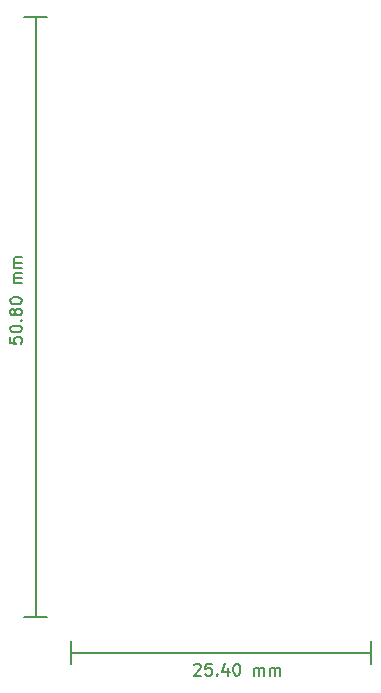
<source format=gbr>
%TF.GenerationSoftware,KiCad,Pcbnew,(5.99.0-10952-g410dbe17de)*%
%TF.CreationDate,2021-06-16T22:03:04+02:00*%
%TF.ProjectId,reDIP-64,72654449-502d-4363-942e-6b696361645f,0.2*%
%TF.SameCoordinates,PX594fc50PY8e9a590*%
%TF.FileFunction,OtherDrawing,Comment*%
%FSLAX46Y46*%
G04 Gerber Fmt 4.6, Leading zero omitted, Abs format (unit mm)*
G04 Created by KiCad (PCBNEW (5.99.0-10952-g410dbe17de)) date 2021-06-16 22:03:04*
%MOMM*%
%LPD*%
G01*
G04 APERTURE LIST*
%ADD10C,0.150000*%
G04 APERTURE END LIST*
D10*
X25400000Y-2000000D02*
X25400000Y-4000000D01*
X-2000000Y50800000D02*
X-4000000Y50800000D01*
X-3000000Y0D02*
X-3000000Y50800000D01*
X-2000000Y0D02*
X-4000000Y0D01*
X0Y-2000000D02*
X0Y-4000000D01*
X0Y-3000000D02*
X25400000Y-3000000D01*
X-5167620Y23697143D02*
X-5167620Y23220953D01*
X-4691429Y23173334D01*
X-4739048Y23220953D01*
X-4786667Y23316191D01*
X-4786667Y23554286D01*
X-4739048Y23649524D01*
X-4691429Y23697143D01*
X-4596191Y23744762D01*
X-4358096Y23744762D01*
X-4262858Y23697143D01*
X-4215239Y23649524D01*
X-4167620Y23554286D01*
X-4167620Y23316191D01*
X-4215239Y23220953D01*
X-4262858Y23173334D01*
X-5167620Y24363810D02*
X-5167620Y24459048D01*
X-5120000Y24554286D01*
X-5072381Y24601905D01*
X-4977143Y24649524D01*
X-4786667Y24697143D01*
X-4548572Y24697143D01*
X-4358096Y24649524D01*
X-4262858Y24601905D01*
X-4215239Y24554286D01*
X-4167620Y24459048D01*
X-4167620Y24363810D01*
X-4215239Y24268572D01*
X-4262858Y24220953D01*
X-4358096Y24173334D01*
X-4548572Y24125715D01*
X-4786667Y24125715D01*
X-4977143Y24173334D01*
X-5072381Y24220953D01*
X-5120000Y24268572D01*
X-5167620Y24363810D01*
X-4262858Y25125715D02*
X-4215239Y25173334D01*
X-4167620Y25125715D01*
X-4215239Y25078096D01*
X-4262858Y25125715D01*
X-4167620Y25125715D01*
X-4739048Y25744762D02*
X-4786667Y25649524D01*
X-4834286Y25601905D01*
X-4929524Y25554286D01*
X-4977143Y25554286D01*
X-5072381Y25601905D01*
X-5120000Y25649524D01*
X-5167620Y25744762D01*
X-5167620Y25935239D01*
X-5120000Y26030477D01*
X-5072381Y26078096D01*
X-4977143Y26125715D01*
X-4929524Y26125715D01*
X-4834286Y26078096D01*
X-4786667Y26030477D01*
X-4739048Y25935239D01*
X-4739048Y25744762D01*
X-4691429Y25649524D01*
X-4643810Y25601905D01*
X-4548572Y25554286D01*
X-4358096Y25554286D01*
X-4262858Y25601905D01*
X-4215239Y25649524D01*
X-4167620Y25744762D01*
X-4167620Y25935239D01*
X-4215239Y26030477D01*
X-4262858Y26078096D01*
X-4358096Y26125715D01*
X-4548572Y26125715D01*
X-4643810Y26078096D01*
X-4691429Y26030477D01*
X-4739048Y25935239D01*
X-5167620Y26744762D02*
X-5167620Y26840000D01*
X-5120000Y26935239D01*
X-5072381Y26982858D01*
X-4977143Y27030477D01*
X-4786667Y27078096D01*
X-4548572Y27078096D01*
X-4358096Y27030477D01*
X-4262858Y26982858D01*
X-4215239Y26935239D01*
X-4167620Y26840000D01*
X-4167620Y26744762D01*
X-4215239Y26649524D01*
X-4262858Y26601905D01*
X-4358096Y26554286D01*
X-4548572Y26506667D01*
X-4786667Y26506667D01*
X-4977143Y26554286D01*
X-5072381Y26601905D01*
X-5120000Y26649524D01*
X-5167620Y26744762D01*
X-4167620Y28268572D02*
X-4834286Y28268572D01*
X-4739048Y28268572D02*
X-4786667Y28316191D01*
X-4834286Y28411429D01*
X-4834286Y28554286D01*
X-4786667Y28649524D01*
X-4691429Y28697143D01*
X-4167620Y28697143D01*
X-4691429Y28697143D02*
X-4786667Y28744762D01*
X-4834286Y28840000D01*
X-4834286Y28982858D01*
X-4786667Y29078096D01*
X-4691429Y29125715D01*
X-4167620Y29125715D01*
X-4167620Y29601905D02*
X-4834286Y29601905D01*
X-4739048Y29601905D02*
X-4786667Y29649524D01*
X-4834286Y29744762D01*
X-4834286Y29887620D01*
X-4786667Y29982858D01*
X-4691429Y30030477D01*
X-4167620Y30030477D01*
X-4691429Y30030477D02*
X-4786667Y30078096D01*
X-4834286Y30173334D01*
X-4834286Y30316191D01*
X-4786667Y30411429D01*
X-4691429Y30459048D01*
X-4167620Y30459048D01*
X10423333Y-4037619D02*
X10470952Y-3990000D01*
X10566190Y-3942380D01*
X10804285Y-3942380D01*
X10899523Y-3990000D01*
X10947142Y-4037619D01*
X10994761Y-4132857D01*
X10994761Y-4228095D01*
X10947142Y-4370952D01*
X10375714Y-4942380D01*
X10994761Y-4942380D01*
X11899523Y-3942380D02*
X11423333Y-3942380D01*
X11375714Y-4418571D01*
X11423333Y-4370952D01*
X11518571Y-4323333D01*
X11756666Y-4323333D01*
X11851904Y-4370952D01*
X11899523Y-4418571D01*
X11947142Y-4513809D01*
X11947142Y-4751904D01*
X11899523Y-4847142D01*
X11851904Y-4894761D01*
X11756666Y-4942380D01*
X11518571Y-4942380D01*
X11423333Y-4894761D01*
X11375714Y-4847142D01*
X12375714Y-4847142D02*
X12423333Y-4894761D01*
X12375714Y-4942380D01*
X12328095Y-4894761D01*
X12375714Y-4847142D01*
X12375714Y-4942380D01*
X13280476Y-4275714D02*
X13280476Y-4942380D01*
X13042380Y-3894761D02*
X12804285Y-4609047D01*
X13423333Y-4609047D01*
X13994761Y-3942380D02*
X14090000Y-3942380D01*
X14185238Y-3990000D01*
X14232857Y-4037619D01*
X14280476Y-4132857D01*
X14328095Y-4323333D01*
X14328095Y-4561428D01*
X14280476Y-4751904D01*
X14232857Y-4847142D01*
X14185238Y-4894761D01*
X14090000Y-4942380D01*
X13994761Y-4942380D01*
X13899523Y-4894761D01*
X13851904Y-4847142D01*
X13804285Y-4751904D01*
X13756666Y-4561428D01*
X13756666Y-4323333D01*
X13804285Y-4132857D01*
X13851904Y-4037619D01*
X13899523Y-3990000D01*
X13994761Y-3942380D01*
X15518571Y-4942380D02*
X15518571Y-4275714D01*
X15518571Y-4370952D02*
X15566190Y-4323333D01*
X15661428Y-4275714D01*
X15804285Y-4275714D01*
X15899523Y-4323333D01*
X15947142Y-4418571D01*
X15947142Y-4942380D01*
X15947142Y-4418571D02*
X15994761Y-4323333D01*
X16090000Y-4275714D01*
X16232857Y-4275714D01*
X16328095Y-4323333D01*
X16375714Y-4418571D01*
X16375714Y-4942380D01*
X16851904Y-4942380D02*
X16851904Y-4275714D01*
X16851904Y-4370952D02*
X16899523Y-4323333D01*
X16994761Y-4275714D01*
X17137619Y-4275714D01*
X17232857Y-4323333D01*
X17280476Y-4418571D01*
X17280476Y-4942380D01*
X17280476Y-4418571D02*
X17328095Y-4323333D01*
X17423333Y-4275714D01*
X17566190Y-4275714D01*
X17661428Y-4323333D01*
X17709047Y-4418571D01*
X17709047Y-4942380D01*
M02*

</source>
